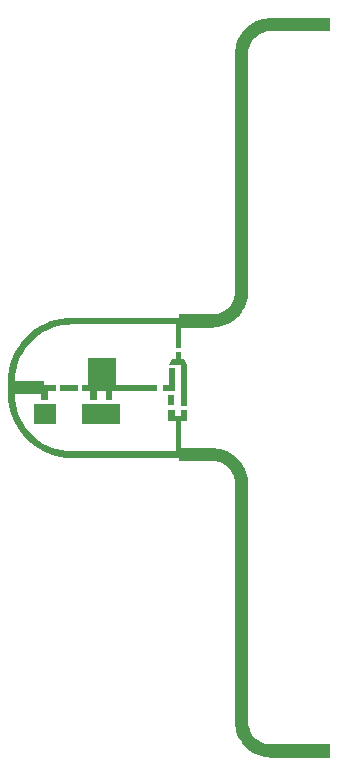
<source format=gbr>
G04 ===== Begin FILE IDENTIFICATION =====*
G04 File Format:  Gerber RS274X*
G04 Date: Nov  3 2007*
G04 ===== End FILE IDENTIFICATION =====*
%FSLAX35Y35*%
%MOMM*%
%SFA1.0B1.0*%
%OFA0.0B0.0*%
%ADD14R,1.540000X0.540000*%
%ADD15R,0.540000X0.960000*%
%ADD16R,3.320000X1.770000*%
%ADD17R,1.980000X1.770000*%
%ADD18C,0.025000*%
%LNcond*%
%IPPOS*%
%LPD*%
G75*
G36*
G01X-3602000Y-6364000D02*
G01Y-6475000D01*
G01X-4102000D01*
G01X-4118950Y-6475740D01*
G01X-4135770Y-6477950D01*
G01X-4152340Y-6481630D01*
G01X-4168520Y-6486730D01*
G01X-4184200Y-6493220D01*
G01X-4199250Y-6501060D01*
G01X-4213560Y-6510170D01*
G01X-4227020Y-6520500D01*
G01X-4239530Y-6531970D01*
G01X-4251000Y-6544480D01*
G01X-4261330Y-6557940D01*
G01X-4270440Y-6572250D01*
G01X-4278280Y-6587300D01*
G01X-4284770Y-6602980D01*
G01X-4289870Y-6619160D01*
G01X-4293550Y-6635730D01*
G01X-4295760Y-6652550D01*
G01X-4296500Y-6669500D01*
G01Y-8679000D01*
G01X-4297660Y-8705630D01*
G01X-4301140Y-8732050D01*
G01X-4306910Y-8758070D01*
G01X-4314920Y-8783490D01*
G01X-4325120Y-8808110D01*
G01X-4337430Y-8831750D01*
G01X-4351750Y-8854230D01*
G01X-4367970Y-8875370D01*
G01X-4385980Y-8895020D01*
G01X-4405630Y-8913030D01*
G01X-4426770Y-8929250D01*
G01X-4449250Y-8943570D01*
G01X-4472890Y-8955880D01*
G01X-4497510Y-8966080D01*
G01X-4522930Y-8974090D01*
G01X-4548950Y-8979860D01*
G01X-4575370Y-8983340D01*
G01X-4602000Y-8984500D01*
G01X-4866000D01*
G01Y-9160000D01*
G01X-4910000D01*
G01Y-8958000D01*
G01X-5790000D01*
G01X-5831920Y-8959830D01*
G01X-5873520Y-8965310D01*
G01X-5914490Y-8974390D01*
G01X-5954510Y-8987010D01*
G01X-5993280Y-9003070D01*
G01X-6030500Y-9022440D01*
G01X-6065890Y-9044990D01*
G01X-6099180Y-9070530D01*
G01X-6130120Y-9098880D01*
G01X-6158470Y-9129820D01*
G01X-6184010Y-9163110D01*
G01X-6206560Y-9198500D01*
G01X-6225930Y-9235720D01*
G01X-6241990Y-9274490D01*
G01X-6254610Y-9314510D01*
G01X-6263690Y-9355480D01*
G01X-6269170Y-9397080D01*
G01X-6271000Y-9439000D01*
G01X-6021000D01*
G01Y-9467500D01*
G01X-5921000D01*
G01Y-9521500D01*
G01X-5994000D01*
G01Y-9594500D01*
G01X-6048000D01*
G01Y-9550000D01*
G01X-6271000D01*
G01X-6269170Y-9591920D01*
G01X-6263690Y-9633520D01*
G01X-6254610Y-9674490D01*
G01X-6241990Y-9714510D01*
G01X-6225930Y-9753280D01*
G01X-6206560Y-9790500D01*
G01X-6184010Y-9825890D01*
G01X-6158470Y-9859180D01*
G01X-6130120Y-9890120D01*
G01X-6099180Y-9918470D01*
G01X-6065890Y-9944010D01*
G01X-6030500Y-9966560D01*
G01X-5993280Y-9985930D01*
G01X-5954510Y-10001990D01*
G01X-5914490Y-10014610D01*
G01X-5873520Y-10023690D01*
G01X-5831920Y-10029170D01*
G01X-5790000Y-10031000D01*
G01X-4910000D01*
G01Y-9773000D01*
G01X-4973000D01*
G01Y-9680000D01*
G01X-4919000D01*
G01Y-9730000D01*
G01X-4869000D01*
G01Y-9680000D01*
G01X-4815000D01*
G01Y-9773000D01*
G01X-4869000D01*
G01Y-10004500D01*
G01X-4602000D01*
G01X-4575370Y-10005660D01*
G01X-4548950Y-10009140D01*
G01X-4522930Y-10014910D01*
G01X-4497510Y-10022920D01*
G01X-4472890Y-10033120D01*
G01X-4449250Y-10045430D01*
G01X-4426770Y-10059750D01*
G01X-4405630Y-10075970D01*
G01X-4385980Y-10093980D01*
G01X-4367970Y-10113630D01*
G01X-4351750Y-10134770D01*
G01X-4337430Y-10157250D01*
G01X-4325120Y-10180890D01*
G01X-4314920Y-10205510D01*
G01X-4306910Y-10230930D01*
G01X-4301140Y-10256950D01*
G01X-4297660Y-10283370D01*
G01X-4296500Y-10310000D01*
G01Y-12319500D01*
G01X-4295760Y-12336450D01*
G01X-4293550Y-12353270D01*
G01X-4289870Y-12369840D01*
G01X-4284770Y-12386020D01*
G01X-4278280Y-12401700D01*
G01X-4270440Y-12416750D01*
G01X-4261330Y-12431060D01*
G01X-4251000Y-12444520D01*
G01X-4239530Y-12457030D01*
G01X-4227020Y-12468500D01*
G01X-4213560Y-12478830D01*
G01X-4199250Y-12487940D01*
G01X-4184200Y-12495780D01*
G01X-4168520Y-12502270D01*
G01X-4152340Y-12507370D01*
G01X-4135770Y-12511050D01*
G01X-4118950Y-12513260D01*
G01X-4102000Y-12514000D01*
G01X-3602000D01*
G01Y-12625000D01*
G01X-4102000D01*
G01X-4128630Y-12623840D01*
G01X-4155050Y-12620360D01*
G01X-4181070Y-12614590D01*
G01X-4206490Y-12606580D01*
G01X-4231110Y-12596380D01*
G01X-4254750Y-12584070D01*
G01X-4277230Y-12569750D01*
G01X-4298370Y-12553530D01*
G01X-4318020Y-12535520D01*
G01X-4336030Y-12515870D01*
G01X-4352250Y-12494730D01*
G01X-4366570Y-12472250D01*
G01X-4378880Y-12448610D01*
G01X-4389080Y-12423990D01*
G01X-4397090Y-12398570D01*
G01X-4402860Y-12372550D01*
G01X-4406340Y-12346130D01*
G01X-4407500Y-12319500D01*
G01Y-10310000D01*
G01X-4408240Y-10293050D01*
G01X-4410450Y-10276230D01*
G01X-4414130Y-10259660D01*
G01X-4419230Y-10243480D01*
G01X-4425720Y-10227800D01*
G01X-4433560Y-10212750D01*
G01X-4442670Y-10198440D01*
G01X-4453000Y-10184980D01*
G01X-4464470Y-10172470D01*
G01X-4476980Y-10161000D01*
G01X-4490440Y-10150670D01*
G01X-4504750Y-10141560D01*
G01X-4519800Y-10133720D01*
G01X-4535480Y-10127230D01*
G01X-4551660Y-10122130D01*
G01X-4568230Y-10118450D01*
G01X-4585050Y-10116240D01*
G01X-4602000Y-10115500D01*
G01X-4881000D01*
G01Y-10089000D01*
G01X-5790000D01*
G01X-5836980Y-10086950D01*
G01X-5883600Y-10080810D01*
G01X-5929500Y-10070630D01*
G01X-5974350Y-10056490D01*
G01X-6017790Y-10038500D01*
G01X-6059500Y-10016790D01*
G01X-6099160Y-9991520D01*
G01X-6136460Y-9962900D01*
G01X-6171130Y-9931130D01*
G01X-6202900Y-9896460D01*
G01X-6231520Y-9859160D01*
G01X-6256790Y-9819500D01*
G01X-6278500Y-9777790D01*
G01X-6296490Y-9734350D01*
G01X-6310630Y-9689500D01*
G01X-6320810Y-9643600D01*
G01X-6326950Y-9596980D01*
G01X-6329000Y-9550000D01*
G01Y-9439000D01*
G01X-6326950Y-9392020D01*
G01X-6320810Y-9345400D01*
G01X-6310630Y-9299500D01*
G01X-6296490Y-9254650D01*
G01X-6278500Y-9211210D01*
G01X-6256790Y-9169500D01*
G01X-6231520Y-9129840D01*
G01X-6202900Y-9092540D01*
G01X-6171130Y-9057870D01*
G01X-6136460Y-9026100D01*
G01X-6099160Y-8997480D01*
G01X-6059500Y-8972210D01*
G01X-6017790Y-8950500D01*
G01X-5974350Y-8932510D01*
G01X-5929500Y-8918370D01*
G01X-5883600Y-8908190D01*
G01X-5836980Y-8902050D01*
G01X-5790000Y-8900000D01*
G01X-4881000D01*
G01Y-8873500D01*
G01X-4602000D01*
G01X-4585050Y-8872760D01*
G01X-4568230Y-8870550D01*
G01X-4551660Y-8866870D01*
G01X-4535480Y-8861770D01*
G01X-4519800Y-8855280D01*
G01X-4504750Y-8847440D01*
G01X-4490440Y-8838330D01*
G01X-4476980Y-8828000D01*
G01X-4464470Y-8816530D01*
G01X-4453000Y-8804020D01*
G01X-4442670Y-8790560D01*
G01X-4433560Y-8776250D01*
G01X-4425720Y-8761200D01*
G01X-4419230Y-8745520D01*
G01X-4414130Y-8729340D01*
G01X-4410450Y-8712770D01*
G01X-4408240Y-8695950D01*
G01X-4407500Y-8679000D01*
G01Y-6669500D01*
G01X-4406340Y-6642870D01*
G01X-4402860Y-6616450D01*
G01X-4397090Y-6590430D01*
G01X-4389080Y-6565010D01*
G01X-4378880Y-6540390D01*
G01X-4366570Y-6516750D01*
G01X-4352250Y-6494270D01*
G01X-4336030Y-6473130D01*
G01X-4318020Y-6453480D01*
G01X-4298370Y-6435470D01*
G01X-4277230Y-6419250D01*
G01X-4254750Y-6404930D01*
G01X-4231110Y-6392620D01*
G01X-4206490Y-6382420D01*
G01X-4181070Y-6374410D01*
G01X-4155050Y-6368640D01*
G01X-4128630Y-6365160D01*
G01X-4102000Y-6364000D01*
G01X-3602000D01*
G37*
G36*
G01X-4866000Y-9194000D02*
G01Y-9247000D01*
G01X-4842000D01*
G01X-4815000Y-9301000D01*
G01Y-9646000D01*
G01X-4869000D01*
G01Y-9301000D01*
G01X-4969000D01*
G01X-4942000Y-9247000D01*
G01X-4910000D01*
G01Y-9194000D01*
G01X-4866000D01*
G37*
G36*
G01X-5416000Y-9241500D02*
G01Y-9467500D01*
G01X-5069000D01*
G01Y-9521500D01*
G01X-5446000D01*
G01Y-9594500D01*
G01X-5500000D01*
G01Y-9521500D01*
G01X-5580000D01*
G01Y-9594500D01*
G01X-5634000D01*
G01Y-9521500D01*
G01X-5707000D01*
G01Y-9467500D01*
G01X-5651700D01*
G01Y-9241500D01*
G01X-5416000D01*
G37*
G36*
G01X-4919000Y-9324000D02*
G01Y-9520000D01*
G01X-4990000D01*
G01Y-9521500D01*
G01X-5019000D01*
G01Y-9467500D01*
G01X-4969000D01*
G01Y-9324000D01*
G01X-4919000D01*
G37*
D14*
X-5814000Y-9494500D03*
D15*
X-4946000Y-9598000D03*
D16*
X-5540000Y-9713000D03*
D17*
X-6015000D03*
D18*
G01X-5527000Y-9494500D02*
G01X-5523000D01*
M02*


</source>
